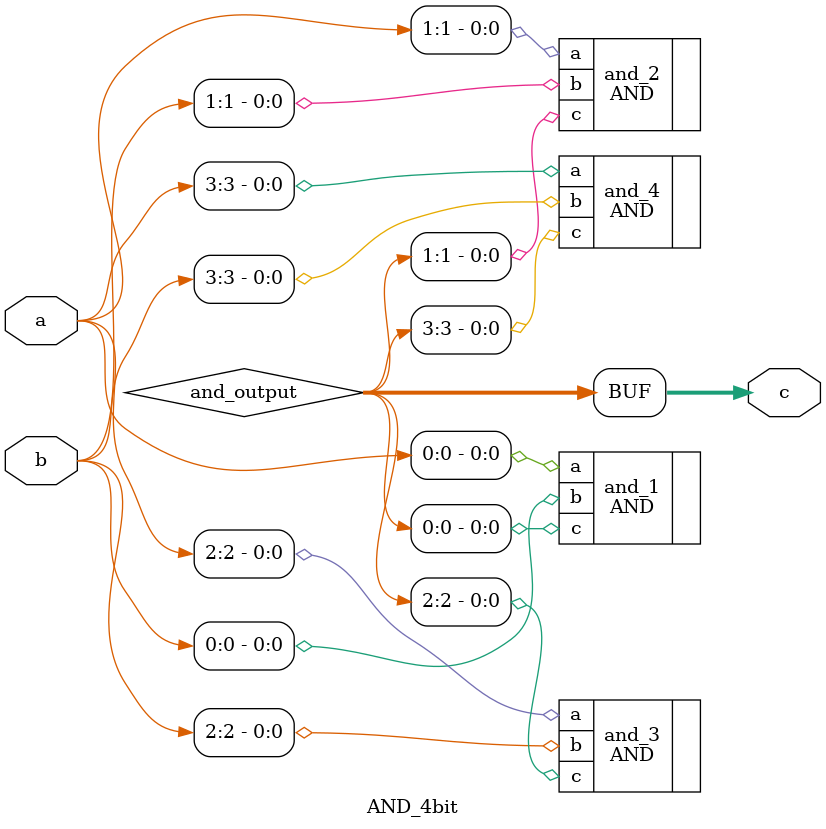
<source format=v>
`include "AND.v"

module AND_4bit(
	input wire [3:0] a,
	input wire [3:0] b,
	output wire [3:0] c
);

wire [3:0] and_output;

AND and_1(
	.a(a[0]),
	.b(b[0]),
	.c(and_output[0])
);

AND and_2(
	.a(a[1]),
	.b(b[1]),
	.c(and_output[1])
);

AND and_3(
	.a(a[2]),
	.b(b[2]),
	.c(and_output[2])
);

AND and_4(
	.a(a[3]),
	.b(b[3]),
	.c(and_output[3])
);


assign c = and_output;

endmodule

</source>
